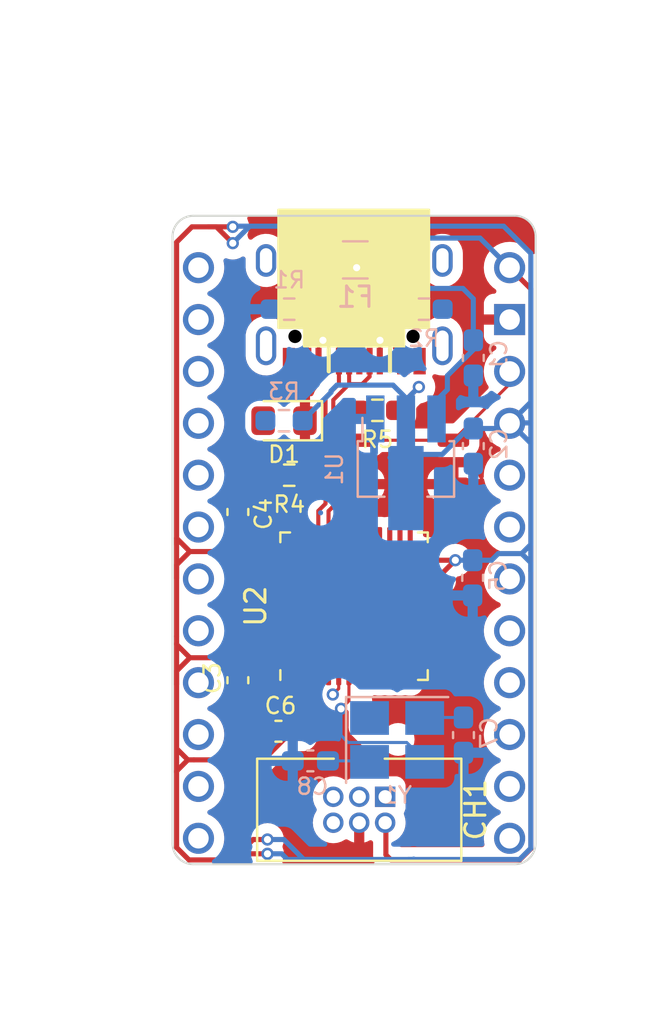
<source format=kicad_pcb>
(kicad_pcb (version 20221018) (generator pcbnew)
  (layers (0 "F.Cu" signal) (31 "B.Cu" signal) (34 "B.Paste" user) (35 "F.Paste" user) (36 "B.SilkS" user "B.Silkscreen") (37 "F.SilkS" user "F.Silkscreen") (38 "B.Mask" user) (39 "F.Mask" user) (44 "Edge.Cuts" user))
  (net 0 "")
  (net 1 "Net-(U1-VI)")
  (net 2 "GND")
  (net 3 "+3V3")
  (net 4 "Net-(C7-Pad1)")
  (net 5 "Net-(C8-Pad1)")
  (net 6 "Net-(D1-A)")
  (net 7 "+5V")
  (net 8 "/D-")
  (net 9 "/D+")
  (net 10 "Net-(J1-CC1)")
  (net 11 "Net-(J1-CC2)")
  (net 12 "/SWDIO")
  (net 13 "/SWCLK")
  (net 14 "/2{slash}I2C_SDA")
  (net 15 "/3{slash}I2C_SCL")
  (net 16 "/4{slash}A6")
  (net 17 "/5")
  (net 18 "/6{slash}A7")
  (net 19 "/7")
  (net 20 "/8{slash}A9")
  (net 21 "/9{slash}A9")
  (net 22 "/10{slash}A10")
  (net 23 "/16{slash}SPI_MOSI")
  (net 24 "/14{slash}SPI_MISO")
  (net 25 "/15{slash}SPI_SCK")
  (net 26 "/18{slash}A0")
  (net 27 "/19{slash}A1")
  (net 28 "/20{slash}A2")
  (net 29 "/21{slash}A3")
  (net 30 "/NRST")
  (net 31 "Net-(U2-PB8)")
  (net 35 "Net-(U2-PF0)")
  (net 36 "Net-(U2-PF1)")
  (net 50 "SWD_DIO")
  (net 51 "1{slash}UART_TX")
  (net 52 "0{slash}UART_RX")
  (net 53 "SWD_CLK")
  (footprint "$74th:ProMicro_LIKE_LEFT_NO_GND" (layer "F.Cu") (at 58.42 52.07)
    (fp_text reference "J2" hide)
    (fp_text value "ProMicro-LeftPin-NoGND")
    (pad "1" thru_hole circle (at 0 -13.97) (size 1.524 1.524) (drill 1) (layers "*.Cu" "*.Mask") (net 51 "1{slash}UART_TX"))
    (pad "2" thru_hole circle (at 0 -11.43 180) (size 1.524 1.524) (drill 1) (layers "*.Cu" "*.Mask") (net 52 "0{slash}UART_RX"))
    (pad "3" thru_hole circle (at 0 -8.89) (size 1.524 1.524) (drill 1) (layers "*.Cu" "*.Mask") (net 12 "/SWDIO"))
    (pad "4" thru_hole oval (at 0 -6.35) (size 1.524 1.524) (drill 1) (layers "*.Cu" "*.Mask") (net 13 "/SWCLK"))
    (pad "5" thru_hole circle (at 0 -3.81) (size 1.524 1.524) (drill 1) (layers "*.Cu" "*.Mask") (net 14 "/2{slash}I2C_SDA"))
    (pad "6" thru_hole circle (at 0 -1.27) (size 1.524 1.524) (drill 1) (layers "*.Cu" "*.Mask") (net 15 "/3{slash}I2C_SCL"))
    (pad "7" thru_hole circle (at 0 1.27) (size 1.524 1.524) (drill 1) (layers "*.Cu" "*.Mask") (net 16 "/4{slash}A6"))
    (pad "8" thru_hole circle (at 0 3.81) (size 1.524 1.524) (drill 1) (layers "*.Cu" "*.Mask") (net 17 "/5"))
    (pad "9" thru_hole circle (at 0 6.35) (size 1.524 1.524) (drill 1) (layers "*.Cu" "*.Mask") (net 18 "/6{slash}A7"))
    (pad "10" thru_hole circle (at 0 8.89) (size 1.524 1.524) (drill 1) (layers "*.Cu" "*.Mask") (net 19 "/7"))
    (pad "11" thru_hole circle (at 0 11.43) (size 1.524 1.524) (drill 1) (layers "*.Cu" "*.Mask") (net 20 "/8{slash}A9"))
    (pad "12" thru_hole circle (at 0 13.97) (size 1.524 1.524) (drill 1) (layers "*.Cu" "*.Mask") (net 21 "/9{slash}A9"))
  )
  (footprint "$74th:BoxPinHeader_2x03_P1.27mm_Vertical" (layer "F.Cu") (at 66.294 64.643 -90)
    (fp_text reference "CH1" (at 0 -5.7 90) (layer "F.SilkS"))
    (fp_text value "DAPLink-SWD-Recv-6Pin")
    (fp_line (start -2.5 -5) (end -2.5 -1.25) (stroke (width 0.12)) (layer "F.SilkS"))
    (fp_line (start -2.5 -5) (end 2.5 -5) (stroke (width 0.12)) (layer "F.SilkS"))
    (fp_line (start -2.5 1.25) (end -2.5 5) (stroke (width 0.12)) (layer "F.SilkS"))
    (fp_line (start -2.5 5) (end 2.5 5) (stroke (width 0.12)) (layer "F.SilkS"))
    (fp_line (start 2.5 -5) (end 2.5 5) (stroke (width 0.12)) (layer "F.SilkS"))
    (pad "1" thru_hole rect (at -0.635 -1.27 270) (size 1 1) (drill 0.65) (layers "*.Cu" "*.Mask") (net 50 "SWD_DIO"))
    (pad "2" thru_hole oval (at 0.635 -1.27 270) (size 1 1) (drill 0.65) (layers "*.Cu" "*.Mask") (net 7 "+5V"))
    (pad "3" thru_hole oval (at -0.635 0 270) (size 1 1) (drill 0.65) (layers "*.Cu" "*.Mask") (net 51 "1{slash}UART_TX"))
    (pad "4" thru_hole oval (at 0.635 0 270) (size 1 1) (drill 0.65) (layers "*.Cu" "*.Mask") (net 2 "GND"))
    (pad "5" thru_hole oval (at -0.635 1.27 270) (size 1 1) (drill 0.65) (layers "*.Cu" "*.Mask") (net 52 "0{slash}UART_RX"))
    (pad "6" thru_hole oval (at 0.635 1.27 270) (size 1 1) (drill 0.65) (layers "*.Cu" "*.Mask") (net 53 "SWD_CLK"))
  )
  (footprint "$74th:Capacitor_0603_1608" (layer "F.Cu") (at 62.4375 60.8 180)
    (fp_text reference "C6" (at 0 1.25) (layer "F.SilkS") (effects (font (size 0.8 0.8) (thickness 0.12))))
    (fp_text value "100n")
    (fp_line (start -0.046267 -0.51) (end 0.246267 -0.51) (stroke (width 0.12)) (layer "F.SilkS"))
    (fp_line (start -0.046267 0.51) (end 0.246267 0.51) (stroke (width 0.12)) (layer "F.SilkS"))
    (pad "1" smd roundrect (at -0.7625 0 180) (size 1.075 0.95) (layers "F.Cu" "F.Paste" "F.Mask") (net 3 "+3V3"))
    (pad "2" smd roundrect (at 0.9625 0 180) (size 1.075 0.95) (layers "F.Cu" "F.Paste" "F.Mask") (net 2 "GND"))
  )
  (footprint "$74th:SKRPABE010" (layer "F.Cu") (at 68.58 47.625)
    (fp_text reference "SW1")
    (fp_text value "SW_Push")
    (pad "1" smd roundrect (at -2.325 -1.075) (size 1.55 0.65) (layers "F.Cu" "F.Paste" "F.Mask") (net 30 "/NRST"))
    (pad "1" smd roundrect (at 2.325 -1.075) (size 1.55 0.65) (layers "F.Cu" "F.Paste" "F.Mask") (net 30 "/NRST"))
    (pad "2" smd roundrect (at -2.325 1.075) (size 1.55 0.65) (layers "F.Cu" "F.Paste" "F.Mask") (net 2 "GND"))
    (pad "2" smd roundrect (at 2.325 1.075) (size 1.55 0.65) (layers "F.Cu" "F.Paste" "F.Mask") (net 2 "GND"))
  )
  (footprint "$74th:LED_0805_2012Metric_Pad1.15x1.40mm_HandSolder" (layer "F.Cu") (at 62.611 45.593 180)
    (fp_text reference "D1" (at 0 -1.65) (layer "F.SilkS") (effects (font (size 0.8 0.8) (thickness 0.12))))
    (fp_text value "Blue")
    (fp_line (start -1.86 -0.96) (end -1.86 0.96) (stroke (width 0.12)) (layer "F.SilkS"))
    (fp_line (start -1.86 0.96) (end 1 0.96) (stroke (width 0.12)) (layer "F.SilkS"))
    (fp_line (start 1 -0.96) (end -1.86 -0.96) (stroke (width 0.12)) (layer "F.SilkS"))
    (pad "1" smd roundrect (at -1.025 0 180) (size 1.15 1.4) (layers "F.Cu" "F.Paste" "F.Mask") (roundrect_rratio 0.217391) (net 2 "GND"))
    (pad "2" smd roundrect (at 1.025 0 180) (size 1.15 1.4) (layers "F.Cu" "F.Paste" "F.Mask") (roundrect_rratio 0.217391) (net 6 "Net-(D1-A)"))
  )
  (footprint "$74th:Capacitor_0603_1608" (layer "F.Cu") (at 60.35 50.1625 90)
    (fp_text reference "C4" (at 0 1.25 90) (layer "F.SilkS") (effects (font (size 0.8 0.8) (thickness 0.12))))
    (fp_text value "100n")
    (fp_line (start -0.046267 -0.51) (end 0.246267 -0.51) (stroke (width 0.12)) (layer "F.SilkS"))
    (fp_line (start -0.046267 0.51) (end 0.246267 0.51) (stroke (width 0.12)) (layer "F.SilkS"))
    (pad "1" smd roundrect (at -0.7625 0 90) (size 1.075 0.95) (layers "F.Cu" "F.Paste" "F.Mask") (net 3 "+3V3"))
    (pad "2" smd roundrect (at 0.9625 0 90) (size 1.075 0.95) (layers "F.Cu" "F.Paste" "F.Mask") (net 2 "GND"))
  )
  (footprint "$74th:ProMicro_LIKE_RIGHT" (layer "F.Cu") (at 73.66 53.34)
    (fp_text reference "J3" hide)
    (fp_text value "ProMicro-RightPin")
    (pad "1" thru_hole circle (at 0 12.7 180) (size 1.524 1.524) (drill 1) (layers "*.Cu" "*.Mask") (net 22 "/10{slash}A10"))
    (pad "2" thru_hole circle (at 0 10.16) (size 1.524 1.524) (drill 1) (layers "*.Cu" "*.Mask") (net 23 "/16{slash}SPI_MOSI"))
    (pad "3" thru_hole circle (at 0 7.62 180) (size 1.524 1.524) (drill 1) (layers "*.Cu" "*.Mask") (net 24 "/14{slash}SPI_MISO"))
    (pad "4" thru_hole circle (at 0 5.08 180) (size 1.524 1.524) (drill 1) (layers "*.Cu" "*.Mask") (net 25 "/15{slash}SPI_SCK"))
    (pad "5" thru_hole circle (at 0 2.54 180) (size 1.524 1.524) (drill 1) (layers "*.Cu" "*.Mask") (net 26 "/18{slash}A0"))
    (pad "6" thru_hole circle (at 0 0 180) (size 1.524 1.524) (drill 1) (layers "*.Cu" "*.Mask") (net 27 "/19{slash}A1"))
    (pad "7" thru_hole circle (at 0 -2.54 180) (size 1.524 1.524) (drill 1) (layers "*.Cu" "*.Mask") (net 28 "/20{slash}A2"))
    (pad "8" thru_hole circle (at 0 -5.08 180) (size 1.524 1.524) (drill 1) (layers "*.Cu" "*.Mask") (net 29 "/21{slash}A3"))
    (pad "9" thru_hole circle (at 0 -7.62 180) (size 1.524 1.524) (drill 1) (layers "*.Cu" "*.Mask") (net 3 "+3V3"))
    (pad "10" thru_hole circle (at 0 -10.16 180) (size 1.524 1.524) (drill 1) (layers "*.Cu" "*.Mask") (net 30 "/NRST"))
    (pad "11" thru_hole rect (at 0 -12.7 180) (size 1.524 1.524) (drill 1) (layers "*.Cu" "*.Mask") (net 2 "GND"))
    (pad "12" thru_hole circle (at 0 -15.24 180) (size 1.524 1.524) (drill 1) (layers "*.Cu" "*.Mask") (net 7 "+5V"))
  )
  (footprint "$74th:Register_0603_1608" (layer "F.Cu") (at 62.865 48.26 180)
    (fp_text reference "R4" (at 0 -1.43) (layer "F.SilkS") (effects (font (size 0.8 0.8) (thickness 0.12))))
    (fp_text value "10k")
    (fp_line (start -0.254724 -0.5225) (end 0.254724 -0.5225) (stroke (width 0.12)) (layer "F.SilkS"))
    (fp_line (start -0.254724 0.5225) (end 0.254724 0.5225) (stroke (width 0.12)) (layer "F.SilkS"))
    (pad "1" smd roundrect (at -0.9125 0 180) (size 0.975 0.95) (layers "F.Cu" "F.Paste" "F.Mask") (net 31 "Net-(U2-PB8)"))
    (pad "2" smd roundrect (at 0.9125 0 180) (size 0.975 0.95) (layers "F.Cu" "F.Paste" "F.Mask") (net 2 "GND"))
  )
  (footprint "$74th:Register_0603_1608" (layer "F.Cu") (at 67.183 45.085 180)
    (fp_text reference "R5" (at 0 -1.43) (layer "F.SilkS") (effects (font (size 0.8 0.8) (thickness 0.12))))
    (fp_text value "10k")
    (fp_line (start -0.254724 -0.5225) (end 0.254724 -0.5225) (stroke (width 0.12)) (layer "F.SilkS"))
    (fp_line (start -0.254724 0.5225) (end 0.254724 0.5225) (stroke (width 0.12)) (layer "F.SilkS"))
    (pad "1" smd roundrect (at -0.9125 0 180) (size 0.975 0.95) (layers "F.Cu" "F.Paste" "F.Mask") (net 3 "+3V3"))
    (pad "2" smd roundrect (at 0.9125 0 180) (size 0.975 0.95) (layers "F.Cu" "F.Paste" "F.Mask") (net 30 "/NRST"))
  )
  (footprint "$74th:Capacitor_0603_1608" (layer "F.Cu") (at 60.35 58.2 -90)
    (fp_text reference "C3" (at 0 1.25 90) (layer "F.SilkS") (effects (font (size 0.8 0.8) (thickness 0.12))))
    (fp_text value "100n")
    (fp_line (start -0.046267 -0.51) (end 0.246267 -0.51) (stroke (width 0.12)) (layer "F.SilkS"))
    (fp_line (start -0.046267 0.51) (end 0.246267 0.51) (stroke (width 0.12)) (layer "F.SilkS"))
    (pad "1" smd roundrect (at -0.7625 0 270) (size 1.075 0.95) (layers "F.Cu" "F.Paste" "F.Mask") (net 3 "+3V3"))
    (pad "2" smd roundrect (at 0.9625 0 270) (size 1.075 0.95) (layers "F.Cu" "F.Paste" "F.Mask") (net 2 "GND"))
  )
  (footprint "Package_DFN_QFN:QFN-48-1EP_7x7mm_P0.5mm_EP5.6x5.6mm" (layer "F.Cu") (at 66.04 54.675 90)
    (fp_text reference "U2" (at 0 -4.82 90) (layer "F.SilkS"))
    (fp_text value "STM32G431CBUx")
    (fp_line (start -3.61 3.61) (end -3.61 3.135) (stroke (width 0.12)) (layer "F.SilkS"))
    (fp_line (start -3.135 -3.61) (end -3.61 -3.61) (stroke (width 0.12)) (layer "F.SilkS"))
    (fp_line (start -3.135 3.61) (end -3.61 3.61) (stroke (width 0.12)) (layer "F.SilkS"))
    (fp_line (start 3.135 -3.61) (end 3.61 -3.61) (stroke (width 0.12)) (layer "F.SilkS"))
    (fp_line (start 3.135 3.61) (end 3.61 3.61) (stroke (width 0.12)) (layer "F.SilkS"))
    (fp_line (start 3.61 -3.61) (end 3.61 -3.135) (stroke (width 0.12)) (layer "F.SilkS"))
    (fp_line (start 3.61 3.61) (end 3.61 3.135) (stroke (width 0.12)) (layer "F.SilkS"))
    (pad "1" smd roundrect (at -3.4375 -2.75 90) (size 0.875 0.25) (layers "F.Cu" "F.Paste" "F.Mask") (net 3 "+3V3"))
    (pad "2" smd roundrect (at -3.4375 -2.25 90) (size 0.875 0.25) (layers "F.Cu" "F.Paste" "F.Mask"))
    (pad "3" smd roundrect (at -3.4375 -1.75 90) (size 0.875 0.25) (layers "F.Cu" "F.Paste" "F.Mask"))
    (pad "4" smd roundrect (at -3.4375 -1.25 90) (size 0.875 0.25) (layers "F.Cu" "F.Paste" "F.Mask"))
    (pad "5" smd roundrect (at -3.4375 -0.75 90) (size 0.875 0.25) (layers "F.Cu" "F.Paste" "F.Mask") (net 35 "Net-(U2-PF0)"))
    (pad "6" smd roundrect (at -3.4375 -0.25 90) (size 0.875 0.25) (layers "F.Cu" "F.Paste" "F.Mask") (net 36 "Net-(U2-PF1)"))
    (pad "7" smd roundrect (at -3.4375 0.25 90) (size 0.875 0.25) (layers "F.Cu" "F.Paste" "F.Mask") (net 30 "/NRST"))
    (pad "8" smd roundrect (at -3.4375 0.75 90) (size 0.875 0.25) (layers "F.Cu" "F.Paste" "F.Mask") (net 16 "/4{slash}A6"))
    (pad "9" smd roundrect (at -3.4375 1.25 90) (size 0.875 0.25) (layers "F.Cu" "F.Paste" "F.Mask") (net 18 "/6{slash}A7"))
    (pad "10" smd roundrect (at -3.4375 1.75 90) (size 0.875 0.25) (layers "F.Cu" "F.Paste" "F.Mask") (net 26 "/18{slash}A0"))
    (pad "11" smd roundrect (at -3.4375 2.25 90) (size 0.875 0.25) (layers "F.Cu" "F.Paste" "F.Mask") (net 27 "/19{slash}A1"))
    (pad "12" smd roundrect (at -3.4375 2.75 90) (size 0.875 0.25) (layers "F.Cu" "F.Paste" "F.Mask") (net 29 "/21{slash}A3"))
    (pad "13" smd roundrect (at -2.75 3.4375 90) (size 0.25 0.875) (layers "F.Cu" "F.Paste" "F.Mask") (net 25 "/15{slash}SPI_SCK"))
    (pad "14" smd roundrect (at -2.25 3.4375 90) (size 0.25 0.875) (layers "F.Cu" "F.Paste" "F.Mask") (net 24 "/14{slash}SPI_MISO"))
    (pad "15" smd roundrect (at -1.75 3.4375 90) (size 0.25 0.875) (layers "F.Cu" "F.Paste" "F.Mask") (net 23 "/16{slash}SPI_MOSI"))
    (pad "16" smd roundrect (at -1.25 3.4375 90) (size 0.25 0.875) (layers "F.Cu" "F.Paste" "F.Mask"))
    (pad "17" smd roundrect (at -0.75 3.4375 90) (size 0.25 0.875) (layers "F.Cu" "F.Paste" "F.Mask"))
    (pad "18" smd roundrect (at -0.25 3.4375 90) (size 0.25 0.875) (layers "F.Cu" "F.Paste" "F.Mask"))
    (pad "19" smd roundrect (at 0.25 3.4375 90) (size 0.25 0.875) (layers "F.Cu" "F.Paste" "F.Mask"))
    (pad "20" smd roundrect (at 0.75 3.4375 90) (size 0.25 0.875) (layers "F.Cu" "F.Paste" "F.Mask") (net 3 "+3V3"))
    (pad "21" smd roundrect (at 1.25 3.4375 90) (size 0.25 0.875) (layers "F.Cu" "F.Paste" "F.Mask") (net 3 "+3V3"))
    (pad "22" smd roundrect (at 1.75 3.4375 90) (size 0.25 0.875) (layers "F.Cu" "F.Paste" "F.Mask"))
    (pad "23" smd roundrect (at 2.25 3.4375 90) (size 0.25 0.875) (layers "F.Cu" "F.Paste" "F.Mask") (net 3 "+3V3"))
    (pad "24" smd roundrect (at 2.75 3.4375 90) (size 0.25 0.875) (layers "F.Cu" "F.Paste" "F.Mask"))
    (pad "25" smd roundrect (at 3.4375 2.75 90) (size 0.875 0.25) (layers "F.Cu" "F.Paste" "F.Mask"))
    (pad "26" smd roundrect (at 3.4375 2.25 90) (size 0.875 0.25) (layers "F.Cu" "F.Paste" "F.Mask"))
    (pad "27" smd roundrect (at 3.4375 1.75 90) (size 0.875 0.25) (layers "F.Cu" "F.Paste" "F.Mask"))
    (pad "28" smd roundrect (at 3.4375 1.25 90) (size 0.875 0.25) (layers "F.Cu" "F.Paste" "F.Mask"))
    (pad "29" smd roundrect (at 3.4375 0.75 90) (size 0.875 0.25) (layers "F.Cu" "F.Paste" "F.Mask"))
    (pad "30" smd roundrect (at 3.4375 0.25 90) (size 0.875 0.25) (layers "F.Cu" "F.Paste" "F.Mask") (net 14 "/2{slash}I2C_SDA"))
    (pad "31" smd roundrect (at 3.4375 -0.25 90) (size 0.875 0.25) (layers "F.Cu" "F.Paste" "F.Mask") (net 15 "/3{slash}I2C_SCL"))
    (pad "32" smd roundrect (at 3.4375 -0.75 90) (size 0.875 0.25) (layers "F.Cu" "F.Paste" "F.Mask") (net 19 "/7"))
    (pad "33" smd roundrect (at 3.4375 -1.25 90) (size 0.875 0.25) (layers "F.Cu" "F.Paste" "F.Mask") (net 8 "/D-"))
    (pad "34" smd roundrect (at 3.4375 -1.75 90) (size 0.875 0.25) (layers "F.Cu" "F.Paste" "F.Mask") (net 9 "/D+"))
    (pad "35" smd roundrect (at 3.4375 -2.25 90) (size 0.875 0.25) (layers "F.Cu" "F.Paste" "F.Mask") (net 3 "+3V3"))
    (pad "36" smd roundrect (at 3.4375 -2.75 90) (size 0.875 0.25) (layers "F.Cu" "F.Paste" "F.Mask") (net 12 "/SWDIO"))
    (pad "37" smd roundrect (at 2.75 -3.4375 90) (size 0.25 0.875) (layers "F.Cu" "F.Paste" "F.Mask") (net 13 "/SWCLK"))
    (pad "38" smd roundrect (at 2.25 -3.4375 90) (size 0.25 0.875) (layers "F.Cu" "F.Paste" "F.Mask") (net 28 "/20{slash}A2"))
    (pad "39" smd roundrect (at 1.75 -3.4375 90) (size 0.25 0.875) (layers "F.Cu" "F.Paste" "F.Mask"))
    (pad "40" smd roundrect (at 1.25 -3.4375 90) (size 0.25 0.875) (layers "F.Cu" "F.Paste" "F.Mask"))
    (pad "41" smd roundrect (at 0.75 -3.4375 90) (size 0.25 0.875) (layers "F.Cu" "F.Paste" "F.Mask") (net 20 "/8{slash}A9"))
    (pad "42" smd roundrect (at 0.25 -3.4375 90) (size 0.25 0.875) (layers "F.Cu" "F.Paste" "F.Mask") (net 21 "/9{slash}A9"))
    (pad "43" smd roundrect (at -0.25 -3.4375 90) (size 0.25 0.875) (layers "F.Cu" "F.Paste" "F.Mask") (net 17 "/5"))
    (pad "44" smd roundrect (at -0.75 -3.4375 90) (size 0.25 0.875) (layers "F.Cu" "F.Paste" "F.Mask") (net 51 "1{slash}UART_TX"))
    (pad "45" smd roundrect (at -1.25 -3.4375 90) (size 0.25 0.875) (layers "F.Cu" "F.Paste" "F.Mask") (net 52 "0{slash}UART_RX"))
    (pad "46" smd roundrect (at -1.75 -3.4375 90) (size 0.25 0.875) (layers "F.Cu" "F.Paste" "F.Mask") (net 31 "Net-(U2-PB8)"))
    (pad "47" smd roundrect (at -2.25 -3.4375 90) (size 0.25 0.875) (layers "F.Cu" "F.Paste" "F.Mask") (net 22 "/10{slash}A10"))
    (pad "48" smd roundrect (at -2.75 -3.4375 90) (size 0.25 0.875) (layers "F.Cu" "F.Paste" "F.Mask") (net 3 "+3V3"))
    (pad "49" smd rect (at 0 0 90) (size 5.6 5.6) (layers "F.Cu" "F.Mask") (net 2 "GND"))
  )
  (footprint "$74th:USB-C-12-Pin-SMD" (layer "F.Cu") (at 66.04 37.846 180)
    (fp_text reference "J1" hide)
    (fp_text value "USB2.0_C_v3")
    (fp_line (start -1.76 -4.23) (end -1.76 -5.33) (stroke (width 0.2)) (layer "F.SilkS"))
    (fp_line (start 1.24 -4.23) (end 1.24 -5.33) (stroke (width 0.2)) (layer "F.SilkS"))
    (fp_rect (start -3.67 -3.2) (end 3.7 2.578) (stroke (width 0.12)) (fill solid) (layer "F.SilkS"))
    (fp_rect (start -2.45 -4.1) (end 2.45 -2.85) (stroke (width 0.12)) (fill solid) (layer "F.SilkS"))
    (pad "" thru_hole oval (at -4.33 -4.08) (size 1 1.9) (drill oval 0.6 1.5) (layers "*.Cu" "*.Mask"))
    (pad "" thru_hole oval (at -4.33 0.1) (size 1 1.6) (drill oval 0.6 1.2) (layers "*.Cu" "*.Mask"))
    (pad "" np_thru_hole circle (at -2.89 -3.62) (size 0.65 0.65) (drill 0.65) (layers "*.Mask"))
    (pad "" np_thru_hole circle (at 2.89 -3.62) (size 0.65 0.65) (drill 0.65) (layers "*.Mask"))
    (pad "" thru_hole oval (at 4.31 -4.08) (size 1 1.9) (drill oval 0.6 1.5) (layers "*.Cu" "*.Mask"))
    (pad "" thru_hole oval (at 4.31 0.1) (size 1 1.6) (drill oval 0.6 1.2) (layers "*.Cu" "*.Mask"))
    (pad "1" smd rect (at -2.41 -4.83) (size 0.6 1.3) (layers "F.Cu" "F.Paste" "F.Mask") (net 7 "+5V"))
    (pad "1" smd rect (at 2.39 -4.83) (size 0.6 1.3) (layers "F.Cu" "F.Paste" "F.Mask") (net 7 "+5V"))
    (pad "2" smd rect (at -0.76 -4.83) (size 0.3 1.3) (layers "F.Cu" "F.Paste" "F.Mask") (net 8 "/D-"))
    (pad "2" smd rect (at 0.24 -4.83) (size 0.3 1.3) (layers "F.Cu" "F.Paste" "F.Mask") (net 8 "/D-"))
    (pad "3" smd rect (at -0.26 -4.83) (size 0.3 1.3) (layers "F.Cu" "F.Paste" "F.Mask") (net 9 "/D+"))
    (pad "3" smd rect (at 0.74 -4.83) (size 0.3 1.3) (layers "F.Cu" "F.Paste" "F.Mask") (net 9 "/D+"))
    (pad "4" smd rect (at -3.21 -4.83) (size 0.6 1.3) (layers "F.Cu" "F.Paste" "F.Mask") (net 2 "GND"))
    (pad "4" smd rect (at 3.19 -4.83) (size 0.6 1.3) (layers "F.Cu" "F.Paste" "F.Mask") (net 2 "GND"))
    (pad "5" smd rect (at -1.26 -4.83) (size 0.3 1.3) (layers "F.Cu" "F.Paste" "F.Mask") (net 10 "Net-(J1-CC1)"))
    (pad "6" smd rect (at 1.74 -4.83) (size 0.3 1.3) (layers "F.Cu" "F.Paste" "F.Mask") (net 11 "Net-(J1-CC2)"))
  )
  (footprint "Fuse:Fuse_1206_3216Metric" (layer "B.Cu") (at 66.101 37.719)
    (fp_text reference "F1" (at 0 1.82) (layer "B.SilkS") (effects (justify mirror)))
    (fp_text value "Polyfuse")
    (fp_line (start -0.602064 -0.91) (end 0.602064 -0.91) (stroke (width 0.12)) (layer "B.SilkS"))
    (fp_line (start -0.602064 0.91) (end 0.602064 0.91) (stroke (width 0.12)) (layer "B.SilkS"))
    (pad "1" smd roundrect (at -1.4 0) (size 1.25 1.75) (layers "B.Cu" "B.Paste" "B.Mask") (roundrect_rratio 0.2) (net 1 "Net-(U1-VI)"))
    (pad "2" smd roundrect (at 1.4 0) (size 1.25 1.75) (layers "B.Cu" "B.Paste" "B.Mask") (roundrect_rratio 0.2) (net 7 "+5V"))
  )
  (footprint "$74th:Register_0603_1608" (layer "B.Cu") (at 69.469 40.132)
    (fp_text reference "R2" (at 0 1.43) (layer "B.SilkS") (effects (font (size 0.8 0.8) (thickness 0.12)) (justify mirror)))
    (fp_text value "5.1k")
    (fp_line (start -0.254724 -0.5225) (end 0.254724 -0.5225) (stroke (width 0.12)) (layer "B.SilkS"))
    (fp_line (start -0.254724 0.5225) (end 0.254724 0.5225) (stroke (width 0.12)) (layer "B.SilkS"))
    (pad "1" smd roundrect (at -0.9125 0) (size 0.975 0.95) (layers "B.Cu" "B.Paste" "B.Mask") (net 10 "Net-(J1-CC1)"))
    (pad "2" smd roundrect (at 0.9125 0) (size 0.975 0.95) (layers "B.Cu" "B.Paste" "B.Mask") (net 2 "GND"))
  )
  (footprint "$74th:Capacitor_0603_1608" (layer "B.Cu") (at 71.882 46.736 -90)
    (fp_text reference "C2" (at 0 -1.25 90) (layer "B.SilkS") (effects (font (size 0.8 0.8) (thickness 0.12)) (justify mirror)))
    (fp_text value "10u")
    (fp_line (start -0.046267 -0.51) (end 0.246267 -0.51) (stroke (width 0.12)) (layer "B.SilkS"))
    (fp_line (start -0.046267 0.51) (end 0.246267 0.51) (stroke (width 0.12)) (layer "B.SilkS"))
    (pad "1" smd roundrect (at -0.7625 0 270) (size 1.075 0.95) (layers "B.Cu" "B.Paste" "B.Mask") (net 3 "+3V3"))
    (pad "2" smd roundrect (at 0.9625 0 270) (size 1.075 0.95) (layers "B.Cu" "B.Paste" "B.Mask") (net 2 "GND"))
  )
  (footprint "$74th:Regulator_AMS1117_SOT-89" (layer "B.Cu") (at 68.58 47.6555 -90)
    (fp_text reference "U1" (at 0.3 3.5 90) (layer "B.SilkS") (effects (font (size 0.8 0.8) (thickness 0.12)) (justify mirror)))
    (fp_text value "AMS1117-3.3")
    (fp_line (start -2.2 2.13) (end -1.06 2.13) (stroke (width 0.12)) (layer "B.SilkS"))
    (fp_line (start -1.06 -2.36) (end -1.06 -2.13) (stroke (width 0.12)) (layer "B.SilkS"))
    (fp_line (start -1.06 2.36) (end -1.06 2.13) (stroke (width 0.12)) (layer "B.SilkS"))
    (fp_line (start -1.06 2.36) (end 1.66 2.36) (stroke (width 0.12)) (layer "B.SilkS"))
    (fp_line (start 1.66 -2.36) (end -1.06 -2.36) (stroke (width 0.12)) (layer "B.SilkS"))
    (fp_line (start 1.66 -1.05) (end 1.66 -2.36) (stroke (width 0.12)) (layer "B.SilkS"))
    (fp_line (start 1.66 2.36) (end 1.66 1.05) (stroke (width 0.12)) (layer "B.SilkS"))
    (pad "1" smd rect (at -2.15 1.5 270) (size 2.3 0.9) (layers "B.Cu" "B.Paste" "B.Mask") (net 2 "GND"))
    (pad "2" smd custom (at -2.0625 0 270) (size 2.475 0.9) (layers "B.Cu" "B.Paste" "B.Mask") (net 3 "+3V3") (options (clearance outline) (anchor rect)) (primitives (gr_poly (pts (xy 5.3625 -0.8665) (xy 1.2375 -0.8665) (xy 1.2375 0.8665) (xy 5.3625 0.8665)) (width 0) (fill yes))))
    (pad "3" smd rect (at -2.15 -1.5 270) (size 2.3 0.9) (layers "B.Cu" "B.Paste" "B.Mask") (net 1 "Net-(U1-VI)"))
  )
  (footprint "$74th:Capacitor_0603_1608" (layer "B.Cu") (at 64 62.25 180)
    (fp_text reference "C8" (at 0 -1.25) (layer "B.SilkS") (effects (font (size 0.8 0.8) (thickness 0.12)) (justify mirror)))
    (fp_text value "12p")
    (fp_line (start -0.046267 -0.51) (end 0.246267 -0.51) (stroke (width 0.12)) (layer "B.SilkS"))
    (fp_line (start -0.046267 0.51) (end 0.246267 0.51) (stroke (width 0.12)) (layer "B.SilkS"))
    (pad "1" smd roundrect (at -0.7625 0 180) (size 1.075 0.95) (layers "B.Cu" "B.Paste" "B.Mask") (net 5 "Net-(C8-Pad1)"))
    (pad "2" smd roundrect (at 0.9625 0 180) (size 1.075 0.95) (layers "B.Cu" "B.Paste" "B.Mask") (net 2 "GND"))
  )
  (footprint "$74th:Register_0603_1608" (layer "B.Cu") (at 62.611 45.593 180)
    (fp_text reference "R3" (at 0 1.43) (layer "B.SilkS") (effects (font (size 0.8 0.8) (thickness 0.12)) (justify mirror)))
    (fp_text value "10k")
    (fp_line (start -0.254724 -0.5225) (end 0.254724 -0.5225) (stroke (width 0.12)) (layer "B.SilkS"))
    (fp_line (start -0.254724 0.5225) (end 0.254724 0.5225) (stroke (width 0.12)) (layer "B.SilkS"))
    (pad "1" smd roundrect (at -0.9125 0 180) (size 0.975 0.95) (layers "B.Cu" "B.Paste" "B.Mask") (net 3 "+3V3"))
    (pad "2" smd roundrect (at 0.9125 0 180) (size 0.975 0.95) (layers "B.Cu" "B.Paste" "B.Mask") (net 6 "Net-(D1-A)"))
  )
  (footprint "$74th:Crystal_SMD_3225-4Pin_3.2x2.5mm_HandSoldering" (layer "B.Cu") (at 68.15 61.225)
    (fp_text reference "Y1" (at 0 2.7) (layer "B.SilkS") (effects (font (size 0.8 0.8) (thickness 0.12)) (justify mirror)))
    (fp_text value "24M")
    (fp_line (start -2.5 -2.1) (end 2.5 -2.1) (stroke (width 0.12)) (layer "B.SilkS"))
    (fp_line (start -2.5 2.1) (end -2.5 -2.1) (stroke (width 0.12)) (layer "B.SilkS"))
    (pad "1" smd rect (at -1.35 -1.075) (size 1.9 1.65) (layers "B.Cu" "B.Paste" "B.Mask") (net 35 "Net-(U2-PF0)"))
    (pad "2" smd rect (at 1.35 -1.075) (size 1.9 1.65) (layers "B.Cu" "B.Paste" "B.Mask") (net 4 "Net-(C7-Pad1)"))
    (pad "3" smd rect (at 1.35 1.075) (size 1.9 1.65) (layers "B.Cu" "B.Paste" "B.Mask") (net 36 "Net-(U2-PF1)"))
    (pad "4" smd rect (at -1.35 1.075) (size 1.9 1.65) (layers "B.Cu" "B.Paste" "B.Mask") (net 5 "Net-(C8-Pad1)"))
  )
  (footprint "$74th:Capacitor_0603_1608" (layer "B.Cu") (at 71.85 53.1875 -90)
    (fp_text reference "C5" (at 0 -1.25 90) (layer "B.SilkS") (effects (font (size 0.8 0.8) (thickness 0.12)) (justify mirror)))
    (fp_text value "100n")
    (fp_line (start -0.046267 -0.51) (end 0.246267 -0.51) (stroke (width 0.12)) (layer "B.SilkS"))
    (fp_line (start -0.046267 0.51) (end 0.246267 0.51) (stroke (width 0.12)) (layer "B.SilkS"))
    (pad "1" smd roundrect (at -0.7625 0 270) (size 1.075 0.95) (layers "B.Cu" "B.Paste" "B.Mask") (net 3 "+3V3"))
    (pad "2" smd roundrect (at 0.9625 0 270) (size 1.075 0.95) (layers "B.Cu" "B.Paste" "B.Mask") (net 2 "GND"))
  )
  (footprint "$74th:Capacitor_0603_1608" (layer "B.Cu") (at 71.882 42.418 -90)
    (fp_text reference "C1" (at 0 -1.25 90) (layer "B.SilkS") (effects (font (size 0.8 0.8) (thickness 0.12)) (justify mirror)))
    (fp_text value "10u")
    (fp_line (start -0.046267 -0.51) (end 0.246267 -0.51) (stroke (width 0.12)) (layer "B.SilkS"))
    (fp_line (start -0.046267 0.51) (end 0.246267 0.51) (stroke (width 0.12)) (layer "B.SilkS"))
    (pad "1" smd roundrect (at -0.7625 0 270) (size 1.075 0.95) (layers "B.Cu" "B.Paste" "B.Mask") (net 1 "Net-(U1-VI)"))
    (pad "2" smd roundrect (at 0.9625 0 270) (size 1.075 0.95) (layers "B.Cu" "B.Paste" "B.Mask") (net 2 "GND"))
  )
  (footprint "$74th:Register_0603_1608" (layer "B.Cu") (at 62.865 40.132 180)
    (fp_text reference "R1" (at 0 1.43) (layer "B.SilkS") (effects (font (size 0.8 0.8) (thickness 0.12)) (justify mirror)))
    (fp_text value "5.1k")
    (fp_line (start -0.254724 -0.5225) (end 0.254724 -0.5225) (stroke (width 0.12)) (layer "B.SilkS"))
    (fp_line (start -0.254724 0.5225) (end 0.254724 0.5225) (stroke (width 0.12)) (layer "B.SilkS"))
    (pad "1" smd roundrect (at -0.9125 0 180) (size 0.975 0.95) (layers "B.Cu" "B.Paste" "B.Mask") (net 11 "Net-(J1-CC2)"))
    (pad "2" smd roundrect (at 0.9125 0 180) (size 0.975 0.95) (layers "B.Cu" "B.Paste" "B.Mask") (net 2 "GND"))
  )
  (footprint "$74th:Capacitor_0603_1608" (layer "B.Cu") (at 71.4 60.8875 -90)
    (fp_text reference "C7" (at 0 -1.25 90) (layer "B.SilkS") (effects (font (size 0.8 0.8) (thickness 0.12)) (justify mirror)))
    (fp_text value "12p")
    (fp_line (start -0.046267 -0.51) (end 0.246267 -0.51) (stroke (width 0.12)) (layer "B.SilkS"))
    (fp_line (start -0.046267 0.51) (end 0.246267 0.51) (stroke (width 0.12)) (layer "B.SilkS"))
    (pad "1" smd roundrect (at -0.7625 0 270) (size 1.075 0.95) (layers "B.Cu" "B.Paste" "B.Mask") (net 4 "Net-(C7-Pad1)"))
    (pad "2" smd roundrect (at 0.9625 0 270) (size 1.075 0.95) (layers "B.Cu" "B.Paste" "B.Mask") (net 2 "GND"))
  )
  (gr_arc (start 57.15 36.576) (mid 57.44758 35.85758) (end 58.166 35.56) (stroke (width 0.1)) (layer "Edge.Cuts"))
  (gr_arc (start 74.93 66.294) (mid 74.63242 67.01242) (end 73.914 67.31) (stroke (width 0.1)) (layer "Edge.Cuts"))
  (gr_arc (start 58.166 67.31) (mid 57.44758 67.01242) (end 57.15 66.294) (stroke (width 0.1)) (layer "Edge.Cuts"))
  (gr_line (start 74.93 66.294) (end 74.93 36.576) (stroke (width 0.1)) (layer "Edge.Cuts"))
  (gr_line (start 58.166 67.31) (end 73.914 67.31) (stroke (width 0.1)) (layer "Edge.Cuts"))
  (gr_line (start 57.15 36.576) (end 57.15 66.294) (stroke (width 0.1)) (layer "Edge.Cuts"))
  (gr_line (start 73.914 35.56) (end 58.166 35.56) (stroke (width 0.1)) (layer "Edge.Cuts"))
  (gr_arc (start 73.914 35.56) (mid 74.63242 35.85758) (end 74.93 36.576) (stroke (width 0.1)) (layer "Edge.Cuts"))
  (segment (start 71.882 42.118216) (end 71.882 41.6555) (width 0.25) (layer "B.Cu") (net 1))
  (segment (start 70.612 43.388216) (end 71.882 42.118216) (width 0.25) (layer "B.Cu") (net 1))
  (segment (start 64.701 37.777) (end 66.04 39.116) (width 0.25) (layer "B.Cu") (net 1))
  (segment (start 71.882 41.6555) (end 71.882 39.624) (width 0.25) (layer "B.Cu") (net 1))
  (segment (start 70.08 44.601) (end 70.612 44.069) (width 0.25) (layer "B.Cu") (net 1))
  (segment (start 70.612 44.069) (end 70.612 43.388216) (width 0.25) (layer "B.Cu") (net 1))
  (segment (start 70.08 45.5055) (end 70.08 44.601) (width 0.25) (layer "B.Cu") (net 1))
  (segment (start 64.701 37.719) (end 64.701 37.777) (width 0.25) (layer "B.Cu") (net 1))
  (segment (start 71.882 39.624) (end 71.374 39.116) (width 0.25) (layer "B.Cu") (net 1))
  (segment (start 66.04 39.116) (end 71.374 39.116) (width 0.25) (layer "B.Cu") (net 1))
  (segment (start 70.375 53.425) (end 70.4 53.45) (width 0.25) (layer "F.Cu") (net 3))
  (segment (start 69.4775 53.925) (end 69.925 53.925) (width 0.25) (layer "F.Cu") (net 3))
  (segment (start 62 61.8) (end 61.6 62.2) (width 0.25) (layer "F.Cu") (net 3))
  (segment (start 63.29 58.1125) (end 63.2 58.2025) (width 0.25) (layer "F.Cu") (net 3))
  (segment (start 57.35 57.85) (end 58 57.2) (width 0.25) (layer "F.Cu") (net 3))
  (segment (start 57.35 52.65) (end 58 52) (width 0.25) (layer "F.Cu") (net 3))
  (segment (start 58.2 62.2) (end 57.9 62.2) (width 0.25) (layer "F.Cu") (net 3))
  (segment (start 61.1 50.4) (end 63.55 50.4) (width 0.25) (layer "F.Cu") (net 3))
  (segment (start 57.35 62.8) (end 57.35 58.5) (width 0.25) (layer "F.Cu") (net 3))
  (segment (start 58.1 36.1) (end 58.9 36.1) (width 0.25) (layer "F.Cu") (net 3))
  (segment (start 58 57.2) (end 60.1125 57.2) (width 0.25) (layer "F.Cu") (net 3))
  (segment (start 57.35 52.7) (end 57.35 52.65) (width 0.25) (layer "F.Cu") (net 3))
  (segment (start 57.35 56.15) (end 57.35 56.5) (width 0.25) (layer "F.Cu") (net 3))
  (segment (start 61.8 66.8) (end 60.4 66.8) (width 0.25) (layer "F.Cu") (net 3))
  (segment (start 58 52) (end 59.275 52) (width 0.25) (layer "F.Cu") (net 3))
  (segment (start 63.2 60.8) (end 63 60.8) (width 0.25) (layer "F.Cu") (net 3))
  (segment (start 57.35 51.35) (end 57.35 51.65) (width 0.25) (layer "F.Cu") (net 3))
  (segment (start 57.956 67.1) (end 57.35 66.494) (width 0.25) (layer "F.Cu") (net 3))
  (segment (start 70.4 53.025) (end 70.4 53.45) (width 0.25) (layer "F.Cu") (net 3))
  (segment (start 62.6025 57.425) (end 60.3625 57.425) (width 0.25) (layer "F.Cu") (net 3))
  (segment (start 61.8 66.1) (end 61.1 66.1) (width 0.25) (layer "F.Cu") (net 3))
  (segment (start 57.35 58.5) (end 57.35 57.85) (width 0.25) (layer "F.Cu") (net 3))
  (segment (start 68.0955 45.0615) (end 68.0955 45.085) (width 0.25) (layer "F.Cu") (net 3))
  (segment (start 57.9 62.2) (end 57.35 62.75) (width 0.25) (layer "F.Cu") (net 3))
  (segment (start 57.35 36.85) (end 58.1 36.1) (width 0.25) (layer "F.Cu") (net 3))
  (segment (start 57.35 56.55) (end 58 57.2) (width 0.25) (layer "F.Cu") (net 3))
  (segment (start 71 52.425) (end 69.4775 52.425) (width 0.25) (layer "F.Cu") (net 3))
  (segment (start 63.2 58.2025) (end 63.2 60.8) (width 0.25) (layer "F.Cu") (net 3))
  (segment (start 57.35 62.75) (end 57.35 62.8) (width 0.25) (layer "F.Cu") (net 3))
  (segment (start 58 52) (end 57.35 51.35) (width 0.25) (layer "F.Cu") (net 3))
  (segment (start 57.35 56.15) (end 57.35 53.3) (width 0.25) (layer "F.Cu") (net 3))
  (segment (start 57.35 53.3) (end 57.35 52.7) (width 0.25) (layer "F.Cu") (net 3))
  (segment (start 57.35 51.35) (end 57.35 53.3) (width 0.25) (layer "F.Cu") (net 3))
  (segment (start 59.3 36.1) (end 58.9 36.1) (width 0.25) (layer "F.Cu") (net 3))
  (segment (start 69.925 53.925) (end 70.4 53.45) (width 0.25) (layer "F.Cu") (net 3))
  (segment (start 63.55 50.4) (end 63.79 50.64) (width 0.25) (layer "F.Cu") (net 3))
  (segment (start 60.1 67.1) (end 57.956 67.1) (width 0.25) (layer "F.Cu") (net 3))
  (segment (start 60.3625 57.425) (end 60.35 57.4375) (width 0.25) (layer "F.Cu") (net 3))
  (segment (start 69.215 43.942) (end 68.0955 45.0615) (width 0.25) (layer "F.Cu") (net 3))
  (segment (start 61.6 62.2) (end 58.2 62.2) (width 0.25) (layer "F.Cu") (net 3))
  (segment (start 60.1 36.9) (end 59.3 36.1) (width 0.25) (layer "F.Cu") (net 3))
  (segment (start 57.35 56.5) (end 57.35 56.55) (width 0.25) (layer "F.Cu") (net 3))
  (segment (start 63 60.8) (end 62 61.8) (width 0.25) (layer "F.Cu") (net 3))
  (segment (start 57.35 66.494) (end 57.35 62.8) (width 0.25) (layer "F.Cu") (net 3))
  (segment (start 60.1125 57.2) (end 60.35 57.4375) (width 0.25) (layer "F.Cu") (net 3))
  (segment (start 60.25 66.95) (end 60.1 67.1) (width 0.25) (layer "F.Cu") (net 3))
  (segment (start 57.35 51.35) (end 57.35 36.85) (width 0.25) (layer "F.Cu") (net 3))
  (segment (start 62.6025 57.425) (end 61.743 57.425) (width 0.25) (layer "F.Cu") (net 3))
  (segment (start 71 52.425) (end 70.4 53.025) (width 0.25) (layer "F.Cu") (net 3))
  (segment (start 63.79 50.64) (end 63.79 51.2375) (width 0.25) (layer "F.Cu") (net 3))
  (segment (start 69.4775 53.425) (end 70.375 53.425) (width 0.25) (layer "F.Cu") (net 3))
  (segment (start 57.9 62.2) (end 57.4 61.7) (width 0.25) (layer "F.Cu") (net 3))
  (segment (start 58.9 36.1) (end 60.1 36.1) (width 0.25) (layer "F.Cu") (net 3))
  (segment (start 57.35 56.5) (end 57.35 58.5) (width 0.25) (layer "F.Cu") (net 3))
  (segment (start 61.1 66.1) (end 60.25 66.95) (width 0.25) (layer "F.Cu") (net 3))
  (segment (start 60.4 66.8) (end 60.25 66.95) (width 0.25) (layer "F.Cu") (net 3))
  (segment (start 59.275 52) (end 60.35 50.925) (width 0.25) (layer "F.Cu") (net 3))
  (segment (start 61.743 57.425) (end 61.722 57.404) (width 0.25) (layer "F.Cu") (net 3))
  (via (at 61.8 66.1) (size 0.6) (drill 0.35) (layers "F.Cu" "B.Cu") (net 3))
  (via (at 71 52.425) (size 0.6) (drill 0.35) (layers "F.Cu" "B.Cu") (net 3))
  (via (at 69.215 43.942) (size 0.6) (drill 0.35) (layers "F.Cu" "B.Cu") (net 3))
  (via (at 61.8 66.8) (size 0.6) (drill 0.35) (layers "F.Cu" "B.Cu") (net 3))
  (via (at 60.1 36.9) (size 0.6) (drill 0.35) (layers "F.Cu" "B.Cu") (net 3))
  (via (at 60.1 36.1) (size 0.6) (drill 0.35) (layers "F.Cu" "B.Cu") (net 3))
  (segment (start 68.58 44.577) (end 69.215 43.942) (width 0.25) (layer "B.Cu") (net 3))
  (segment (start 68.707 67.077) (end 64 67.077) (width 0.25) (layer "B.Cu") (net 3))
  (segment (start 74.147 67.077) (end 74.697 66.527) (width 0.25) (layer "B.Cu") (net 3))
  (segment (start 74.075 36.775) (end 73.85 36.55) (width 0.25) (layer "B.Cu") (net 3))
  (segment (start 60.132 36.068) (end 60.1 36.1) (width 0.25) (layer "B.Cu") (net 3))
  (segment (start 68.58 44.48) (end 67.95 43.85) (width 0.25) (layer "B.Cu") (net 3))
  (segment (start 68.58 45.593) (end 68.58 48.895) (width 0.25) (layer "B.Cu") (net 3))
  (segment (start 68.58 46.736) (end 69.088 47.244) (width 0.25) (layer "B.Cu") (net 3))
  (segment (start 68.58 45.593) (end 68.58 44.577) (width 0.25) (layer "B.Cu") (net 3))
  (segment (start 74.7 44.6) (end 74.7 37.4) (width 0.25) (layer "B.Cu") (net 3))
  (segment (start 73.66 45.72) (end 74.7 44.68) (width 0.25) (layer "B.Cu") (net 3))
  (segment (start 73.68 45.7) (end 74.7 45.7) (width 0.25) (layer "B.Cu") (net 3))
  (segment (start 73.66 45.72) (end 73.72 45.72) (width 0.25) (layer "B.Cu") (net 3))
  (segment (start 68.707 67.077) (end 74.147 67.077) (width 0.25) (layer "B.Cu") (net 3))
  (segment (start 74.697 51.653) (end 74.697 52.959) (width 0.25) (layer "B.Cu") (net 3))
  (segment (start 74.7 44.68) (end 74.7 44.6) (width 0.25) (layer "B.Cu") (net 3))
  (segment (start 63.577 67.077) (end 64 67.077) (width 0.25) (layer "B.Cu") (net 3))
  (segment (start 68.58 45.593) (end 68.58 47.244) (width 0.25) (layer "B.Cu") (net 3))
  (segment (start 61.8 66.8) (end 62.5 66.8) (width 0.25) (layer "B.Cu") (net 3))
  (segment (start 64.9125 44.204) (end 64.9125 44.1375) (width 0.25) (layer "B.Cu") (net 3))
  (segment (start 67.95 43.85) (end 65.2 43.85) (width 0.25) (layer "B.Cu") (net 3))
  (segment (start 74.697 66.527) (end 74.697 52.959) (width 0.25) (layer "B.Cu") (net 3))
  (segment (start 73.72 45.72) (end 74.7 46.7) (width 0.25) (layer "B.Cu") (net 3))
  (segment (start 74.7 46.7) (end 74.7 45.7) (width 0.25) (layer "B.Cu") (net 3))
  (segment (start 69.088 47.244) (end 70.358 47.244) (width 0.25) (layer "B.Cu") (net 3))
  (segment (start 73.368 36.068) (end 72.39 36.068) (width 0.25) (layer "B.Cu") (net 3))
  (segment (start 71.6285 45.9735) (end 71.882 45.9735) (width 0.25) (layer "B.Cu") (net 3))
  (segment (start 71 52.425) (end 71.85 52.425) (width 0.25) (layer "B.Cu") (net 3))
  (segment (start 74.7 45.7) (end 74.7 44.6) (width 0.25) (layer "B.Cu") (net 3))
  (segment (start 68.961 67.056) (end 68.94 67.077) (width 0.25) (layer "B.Cu") (net 3))
  (segment (start 71.882 45.9735) (end 73.4065 45.9735) (width 0.25) (layer "B.Cu") (net 3))
  (segment (start 62.5 66.8) (end 62.7 67) (width 0.25) (layer "B.Cu") (net 3))
  (segment (start 62.6 66.1) (end 63.577 67.077) (width 0.25) (layer "B.Cu") (net 3))
  (segment (start 68.94 67.077) (end 68.707 67.077) (width 0.25) (layer "B.Cu") (net 3))
  (segment (start 73.4065 45.9735) (end 73.66 45.72) (width 0.25) (layer "B.Cu") (net 3))
  (segment (start 68.58 45.593) (end 68.58 46.736) (width 0.25) (layer "B.Cu") (net 3))
  (segment (start 63.5235 45.593) (end 64.9125 44.204) (width 0.25) (layer "B.Cu") (net 3))
  (segment (start 68.58 46.62) (end 67.8 47.4) (width 0.25) (layer "B.Cu") (net 3))
  (segment (start 74.7 37.4) (end 74.075 36.775) (width 0.25) (layer "B.Cu") (net 3))
  (segment (start 62.7 67.077) (end 62.7 67) (width 0.25) (layer "B.Cu") (net 3))
  (segment (start 64.9125 44.1375) (end 65.2 43.85) (width 0.25) (layer "B.Cu") (net 3))
  (segment (start 68.58 47.244) (end 69.088 47.752) (width 0.25) (layer "B.Cu") (net 3))
  (segment (start 61.3 36.068) (end 60.132 36.068) (width 0.25) (layer "B.Cu") (net 3))
  (segment (start 74.075 36.775) (end 73.368 36.068) (width 0.25) (layer "B.Cu") (net 3))
  (segment (start 61.3 36.068) (end 60.932 36.068) (width 0.25) (layer "B.Cu") (net 3))
  (segment (start 74.25 52.1) (end 74.7 51.65) (width 0.25) (layer "B.Cu") (net 3))
  (segment (start 72.775 52.425) (end 73.1 52.1) (width 0.25) (layer "B.Cu") (net 3))
  (segment (start 71.85 52.425) (end 72.775 52.425) (width 0.25) (layer "B.Cu") (net 3))
  (segment (start 68.58 45.593) (end 68.58 44.48) (width 0.25) (layer "B.Cu") (net 3))
  (segment (start 68.58 45.593) (end 68.58 46.62) (width 0.25) (layer "B.Cu") (net 3))
  (segment (start 73.1 52.1) (end 74.25 52.1) (width 0.25) (layer "B.Cu") (net 3))
  (segment (start 70.358 47.244) (end 71.6285 45.9735) (width 0.25) (layer "B.Cu") (net 3))
  (segment (start 74.697 52.547) (end 74.25 52.1) (width 0.25) (layer "B.Cu") (net 3))
  (segment (start 72.39 36.068) (end 61.3 36.068) (width 0.25) (layer "B.Cu") (net 3))
  (segment (start 64.4 50.1) (end 64.4005 50.1005) (width 0.25) (layer "B.Cu") (net 3))
  (segment (start 64 67.077) (end 62.7 67.077) (width 0.25) (layer "B.Cu") (net 3))
  (segment (start 60.932 36.068) (end 60.1 36.9) (width 0.25) (layer "B.Cu") (net 3))
  (segment (start 73.66 45.72) (end 73.68 45.7) (width 0.25) (layer "B.Cu") (net 3))
  (segment (start 74.697 52.959) (end 74.697 52.547) (width 0.25) (layer "B.Cu") (net 3))
  (segment (start 74.7 51.65) (end 74.7 46.7) (width 0.25) (layer "B.Cu") (net 3))
  (segment (start 61.8 66.1) (end 62.6 66.1) (width 0.25) (layer "B.Cu") (net 3))
  (segment (start 71.4 60.125) (end 69.547 60.125) (width 0.15) (layer "B.Cu") (net 4))
  (segment (start 69.547 60.125) (end 69.502 60.08) (width 0.15) (layer "B.Cu") (net 4))
  (segment (start 64.7625 62.25) (end 66.782 62.25) (width 0.15) (layer "B.Cu") (net 5))
  (segment (start 66.782 62.25) (end 66.802 62.23) (width 0.15) (layer "B.Cu") (net 5))
  (segment (start 68.45 42.415) (end 68.45 42.676) (width 0.25) (layer "F.Cu") (net 7))
  (segment (start 73.66 38.1) (end 74.7 39.14) (width 0.25) (layer "F.Cu") (net 7))
  (segment (start 66.04 41.021) (end 66.04 38.227) (width 0.25) (layer "F.Cu") (net 7))
  (segment (start 66.04 38.227) (end 66.167 38.1) (width 0.25) (layer "F.Cu") (net 7))
  (segment (start 74.15 67.1) (end 67.85 67.1) (width 0.25) (layer "F.Cu") (net 7))
  (segment (start 63.65 42.014) (end 63.881 41.783) (width 0.25) (layer "F.Cu") (net 7))
  (segment (start 68.072 41.402) (end 68.072 42.037) (width 0.25) (layer "F.Cu") (net 7))
  (segment (start 63.65 42.676) (end 63.65 42.014) (width 0.25) (layer "F.Cu") (net 7))
  (segment (start 63.881 41.402) (end 64.262 41.021) (width 0.25) (layer "F.Cu") (net 7))
  (segment (start 66.04 41.021) (end 67.691 41.021) (width 0.25) (layer "F.Cu") (net 7))
  (segment (start 74.7 66.55) (end 74.15 67.1) (width 0.25) (layer "F.Cu") (net 7))
  (segment (start 67.6 65.314) (end 67.564 65.278) (width 0.25) (layer "F.Cu") (net 7))
  (segment (start 68.072 42.037) (end 68.45 42.415) (width 0.25) (layer "F.Cu") (net 7))
  (segment (start 63.881 41.783) (end 63.881 41.402) (width 0.25) (layer "F.Cu") (net 7))
  (segment (start 67.85 67.1) (end 67.6 66.85) (width 0.25) (layer "F.Cu") (net 7))
  (segment (start 74.7 39.14) (end 74.7 66.55) (width 0.25) (layer "F.Cu") (net 7))
  (segment (start 67.691 41.021) (end 68.072 41.402) (width 0.25) (layer "F.Cu") (net 7))
  (segment (start 64.262 41.021) (end 66.04 41.021) (width 0.25) (layer "F.Cu") (net 7))
  (segment (start 67.6 66.85) (end 67.6 65.314) (width 0.25) (layer "F.Cu") (net 7))
  (via (at 66.167 38.1) (size 0.6) (drill 0.35) (layers "F.Cu" "B.Cu") (net 7))
  (segment (start 66.167 38.1) (end 67.12 38.1) (width 0.25) (layer "B.Cu") (net 7))
  (segment (start 67.12 38.1) (end 67.501 37.719) (width 0.25) (layer "B.Cu") (net 7))
  (segment (start 69.395 36.65) (end 68.326 37.719) (width 0.25) (layer "B.Cu") (net 7))
  (segment (start 72.21 36.65) (end 69.395 36.65) (width 0.25) (layer "B.Cu") (net 7))
  (segment (start 73.66 38.1) (end 72.21 36.65) (width 0.25) (layer "B.Cu") (net 7))
  (segment (start 68.326 37.719) (end 67.501 37.719) (width 0.25) (layer "B.Cu") (net 7))
  (segment (start 65.8 43.801) (end 65.8 42.676) (width 0.2) (layer "F.Cu") (net 8))
  (segment (start 65.024 44.577) (end 65.8 43.801) (width 0.2) (layer "F.Cu") (net 8))
  (segment (start 65.8 43.801) (end 66.435 43.801) (width 0.2) (layer "F.Cu") (net 8))
  (segment (start 66.8 43.436) (end 66.8 42.676) (width 0.2) (layer "F.Cu") (net 8))
  (segment (start 65.024 49.784) (end 65.024 44.577) (width 0.2) (layer "F.Cu") (net 8))
  (segment (start 64.79 51.2375) (end 64.79 50.018) (width 0.2) (layer "F.Cu") (net 8))
  (segment (start 64.79 50.018) (end 65.024 49.784) (width 0.2) (layer "F.Cu") (net 8))
  (segment (start 66.435 43.801) (end 66.8 43.436) (width 0.2) (layer "F.Cu") (net 8))
  (segment (start 64.643 49.657) (end 64.643 44.45) (width 0.2) (layer "F.Cu") (net 9))
  (segment (start 65.3 43.793) (end 65.3 42.676) (width 0.2) (layer "F.Cu") (net 9))
  (segment (start 64.29 50.01) (end 64.643 49.657) (width 0.2) (layer "F.Cu") (net 9))
  (segment (start 64.29 51.2375) (end 64.29 50.01) (width 0.2) (layer "F.Cu") (net 9))
  (segment (start 64.643 44.45) (end 65.3 43.793) (width 0.2) (layer "F.Cu") (net 9))
  (segment (start 65.3 42.676) (end 65.3 41.761) (width 0.2) (layer "F.Cu") (net 9))
  (segment (start 66.167 41.529) (end 65.532 41.529) (width 0.2) (layer "F.Cu") (net 9))
  (segment (start 66.3 42.676) (end 66.3 41.662) (width 0.2) (layer "F.Cu") (net 9))
  (segment (start 65.3 41.761) (end 65.532 41.529) (width 0.2) (layer "F.Cu") (net 9))
  (segment (start 66.3 41.662) (end 66.167 41.529) (width 0.2) (layer "F.Cu") (net 9))
  (segment (start 67.3 42.676) (end 67.3 41.666) (width 0.15) (layer "F.Cu") (net 10))
  (segment (start 67.3 41.666) (end 67.31 41.656) (width 0.15) (layer "F.Cu") (net 10))
  (via (at 67.31 41.656) (size 0.6) (drill 0.35) (layers "F.Cu" "B.Cu") (net 10))
  (segment (start 68.5565 40.4095) (end 68.5565 40.132) (width 0.15) (layer "B.Cu") (net 10))
  (segment (start 67.31 41.656) (end 68.5565 40.4095) (width 0.15) (layer "B.Cu") (net 10))
  (segment (start 64.3 42.676) (end 64.3 41.872) (width 0.15) (layer "F.Cu") (net 11))
  (segment (start 64.3 41.872) (end 64.516 41.656) (width 0.15) (layer "F.Cu") (net 11))
  (via (at 64.516 41.656) (size 0.6) (drill 0.35) (layers "F.Cu" "B.Cu") (net 11))
  (segment (start 64.516 41.656) (end 64.516 40.8705) (width 0.15) (layer "B.Cu") (net 11))
  (segment (start 64.516 40.8705) (end 63.7775 40.132) (width 0.15) (layer "B.Cu") (net 11))
  (segment (start 70.905 46.55) (end 73.66 43.795) (width 0.15) (layer "F.Cu") (net 30))
  (segment (start 73.66 43.795) (end 73.66 43.18) (width 0.15) (layer "F.Cu") (net 30))
  (segment (start 66.255 46.55) (end 70.905 46.55) (width 0.15) (layer "F.Cu") (net 30))
  (segment (start 65 59) (end 65.29 58.71) (width 0.15) (layer "F.Cu") (net 35))
  (segment (start 65.29 58.71) (end 65.29 58.1125) (width 0.15) (layer "F.Cu") (net 35))
  (via (at 65 59) (size 0.6) (drill 0.35) (layers "F.Cu" "B.Cu") (net 35))
  (segment (start 65.4 59.7) (end 65.79 59.31) (width 0.15) (layer "F.Cu") (net 36))
  (segment (start 65.79 59.31) (end 65.79 58.1125) (width 0.15) (layer "F.Cu") (net 36))
  (via (at 65.4 59.7) (size 0.6) (drill 0.35) (layers "F.Cu" "B.Cu") (net 36))
  (segment (start 65.4 59.7) (end 65.4 61) (width 0.15) (layer "B.Cu") (net 36))
  (segment (start 68.622 61.35) (end 69.502 62.23) (width 0.15) (layer "B.Cu") (net 36))
  (segment (start 65.4 61) (end 65.75 61.35) (width 0.15) (layer "B.Cu") (net 36))
  (segment (start 65.75 61.35) (end 68.622 61.35) (width 0.15) (layer "B.Cu") (net 36))
  (zone (net 2) (net_name "GND") (layers "F&B.Cu") (connect_pads (clearance 0.5)) (min_thickness 0.25) (fill yes (thermal_gap 0.5) (thermal_bridge_width 0.5))
    (polygon (pts (xy 55.88 68.58) (xy 55.88 33.02) (xy 76.2 33.02) (xy 76.2 68.58)))
  )
)
</source>
